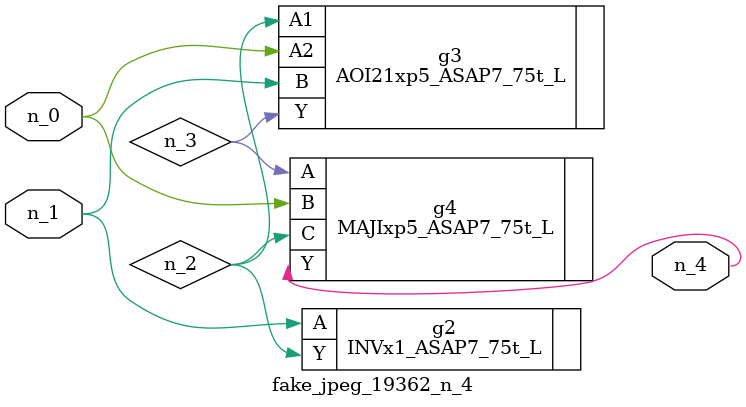
<source format=v>
module fake_jpeg_19362_n_4 (n_0, n_1, n_4);

input n_0;
input n_1;

output n_4;

wire n_3;
wire n_2;

INVx1_ASAP7_75t_L g2 ( 
.A(n_1),
.Y(n_2)
);

AOI21xp5_ASAP7_75t_L g3 ( 
.A1(n_2),
.A2(n_0),
.B(n_1),
.Y(n_3)
);

MAJIxp5_ASAP7_75t_L g4 ( 
.A(n_3),
.B(n_0),
.C(n_2),
.Y(n_4)
);


endmodule
</source>
